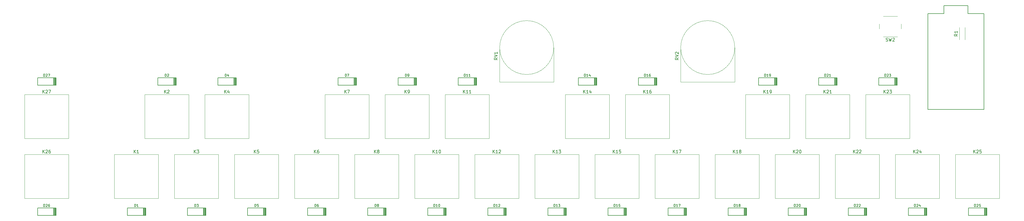
<source format=gbr>
%TF.GenerationSoftware,KiCad,Pcbnew,(5.1.6)-1*%
%TF.CreationDate,2020-07-16T09:20:40+02:00*%
%TF.ProjectId,keyboard_keyboard,6b657962-6f61-4726-945f-6b6579626f61,rev?*%
%TF.SameCoordinates,Original*%
%TF.FileFunction,Legend,Top*%
%TF.FilePolarity,Positive*%
%FSLAX46Y46*%
G04 Gerber Fmt 4.6, Leading zero omitted, Abs format (unit mm)*
G04 Created by KiCad (PCBNEW (5.1.6)-1) date 2020-07-16 09:20:40*
%MOMM*%
%LPD*%
G01*
G04 APERTURE LIST*
%ADD10C,0.150000*%
%ADD11C,0.120000*%
%ADD12C,0.200000*%
G04 APERTURE END LIST*
D10*
%TO.C,U1*%
X301752000Y-105410000D02*
X283972000Y-105410000D01*
X301752000Y-74930000D02*
X301752000Y-105410000D01*
X296672000Y-74930000D02*
X301752000Y-74930000D01*
X296672000Y-72390000D02*
X296672000Y-74930000D01*
X289052000Y-72390000D02*
X296672000Y-72390000D01*
X289052000Y-74930000D02*
X289052000Y-72390000D01*
X283972000Y-74930000D02*
X289052000Y-74930000D01*
X283972000Y-74930000D02*
X283972000Y-105410000D01*
D11*
%TO.C,SW2*%
X268586000Y-78280000D02*
X268586000Y-79780000D01*
X269836000Y-82280000D02*
X274336000Y-82280000D01*
X275586000Y-79780000D02*
X275586000Y-78280000D01*
X274336000Y-75780000D02*
X269836000Y-75780000D01*
%TO.C,RV2*%
X222772000Y-96668000D02*
X222772000Y-85748000D01*
X205632000Y-96668000D02*
X222772000Y-96668000D01*
X205632000Y-96668000D02*
X205632000Y-85748000D01*
X222772000Y-85748000D02*
G75*
G03*
X222772000Y-85748000I-8570000J0D01*
G01*
%TO.C,RV1*%
X165368000Y-96668000D02*
X165368000Y-85748000D01*
X148228000Y-96668000D02*
X165368000Y-96668000D01*
X148228000Y-96668000D02*
X148228000Y-85748000D01*
X165368000Y-85748000D02*
G75*
G03*
X165368000Y-85748000I-8570000J0D01*
G01*
%TO.C,R1*%
X295814000Y-83200000D02*
X295814000Y-79360000D01*
X293974000Y-83200000D02*
X293974000Y-79360000D01*
%TO.C,K27*%
X-2413000Y-114681000D02*
X-2413000Y-100711000D01*
X11557000Y-114681000D02*
X-2413000Y-114681000D01*
X11557000Y-100711000D02*
X11557000Y-114681000D01*
X-2413000Y-100711000D02*
X11557000Y-100711000D01*
%TO.C,K26*%
X-2413000Y-133731000D02*
X-2413000Y-119761000D01*
X11557000Y-133731000D02*
X-2413000Y-133731000D01*
X11557000Y-119761000D02*
X11557000Y-133731000D01*
X-2413000Y-119761000D02*
X11557000Y-119761000D01*
%TO.C,K25*%
X292735000Y-133731000D02*
X292735000Y-119761000D01*
X306705000Y-133731000D02*
X292735000Y-133731000D01*
X306705000Y-119761000D02*
X306705000Y-133731000D01*
X292735000Y-119761000D02*
X306705000Y-119761000D01*
%TO.C,K24*%
X273685000Y-133731000D02*
X273685000Y-119761000D01*
X287655000Y-133731000D02*
X273685000Y-133731000D01*
X287655000Y-119761000D02*
X287655000Y-133731000D01*
X273685000Y-119761000D02*
X287655000Y-119761000D01*
%TO.C,K23*%
X264287000Y-114681000D02*
X264287000Y-100711000D01*
X278257000Y-114681000D02*
X264287000Y-114681000D01*
X278257000Y-100711000D02*
X278257000Y-114681000D01*
X264287000Y-100711000D02*
X278257000Y-100711000D01*
%TO.C,K22*%
X254635000Y-133731000D02*
X254635000Y-119761000D01*
X268605000Y-133731000D02*
X254635000Y-133731000D01*
X268605000Y-119761000D02*
X268605000Y-133731000D01*
X254635000Y-119761000D02*
X268605000Y-119761000D01*
%TO.C,K21*%
X245237000Y-114681000D02*
X245237000Y-100711000D01*
X259207000Y-114681000D02*
X245237000Y-114681000D01*
X259207000Y-100711000D02*
X259207000Y-114681000D01*
X245237000Y-100711000D02*
X259207000Y-100711000D01*
%TO.C,K20*%
X235585000Y-133731000D02*
X235585000Y-119761000D01*
X249555000Y-133731000D02*
X235585000Y-133731000D01*
X249555000Y-119761000D02*
X249555000Y-133731000D01*
X235585000Y-119761000D02*
X249555000Y-119761000D01*
%TO.C,K19*%
X226187000Y-114681000D02*
X226187000Y-100711000D01*
X240157000Y-114681000D02*
X226187000Y-114681000D01*
X240157000Y-100711000D02*
X240157000Y-114681000D01*
X226187000Y-100711000D02*
X240157000Y-100711000D01*
%TO.C,K18*%
X216535000Y-133731000D02*
X216535000Y-119761000D01*
X230505000Y-133731000D02*
X216535000Y-133731000D01*
X230505000Y-119761000D02*
X230505000Y-133731000D01*
X216535000Y-119761000D02*
X230505000Y-119761000D01*
%TO.C,K17*%
X197485000Y-133731000D02*
X197485000Y-119761000D01*
X211455000Y-133731000D02*
X197485000Y-133731000D01*
X211455000Y-119761000D02*
X211455000Y-133731000D01*
X197485000Y-119761000D02*
X211455000Y-119761000D01*
%TO.C,K16*%
X188087000Y-114681000D02*
X188087000Y-100711000D01*
X202057000Y-114681000D02*
X188087000Y-114681000D01*
X202057000Y-100711000D02*
X202057000Y-114681000D01*
X188087000Y-100711000D02*
X202057000Y-100711000D01*
%TO.C,K15*%
X178435000Y-133731000D02*
X178435000Y-119761000D01*
X192405000Y-133731000D02*
X178435000Y-133731000D01*
X192405000Y-119761000D02*
X192405000Y-133731000D01*
X178435000Y-119761000D02*
X192405000Y-119761000D01*
%TO.C,K14*%
X169037000Y-114681000D02*
X169037000Y-100711000D01*
X183007000Y-114681000D02*
X169037000Y-114681000D01*
X183007000Y-100711000D02*
X183007000Y-114681000D01*
X169037000Y-100711000D02*
X183007000Y-100711000D01*
%TO.C,K13*%
X159385000Y-133731000D02*
X159385000Y-119761000D01*
X173355000Y-133731000D02*
X159385000Y-133731000D01*
X173355000Y-119761000D02*
X173355000Y-133731000D01*
X159385000Y-119761000D02*
X173355000Y-119761000D01*
%TO.C,K12*%
X140335000Y-133731000D02*
X140335000Y-119761000D01*
X154305000Y-133731000D02*
X140335000Y-133731000D01*
X154305000Y-119761000D02*
X154305000Y-133731000D01*
X140335000Y-119761000D02*
X154305000Y-119761000D01*
%TO.C,K11*%
X130937000Y-114681000D02*
X130937000Y-100711000D01*
X144907000Y-114681000D02*
X130937000Y-114681000D01*
X144907000Y-100711000D02*
X144907000Y-114681000D01*
X130937000Y-100711000D02*
X144907000Y-100711000D01*
%TO.C,K10*%
X121285000Y-133731000D02*
X121285000Y-119761000D01*
X135255000Y-133731000D02*
X121285000Y-133731000D01*
X135255000Y-119761000D02*
X135255000Y-133731000D01*
X121285000Y-119761000D02*
X135255000Y-119761000D01*
%TO.C,K9*%
X111887000Y-114681000D02*
X111887000Y-100711000D01*
X125857000Y-114681000D02*
X111887000Y-114681000D01*
X125857000Y-100711000D02*
X125857000Y-114681000D01*
X111887000Y-100711000D02*
X125857000Y-100711000D01*
%TO.C,K8*%
X102235000Y-133731000D02*
X102235000Y-119761000D01*
X116205000Y-133731000D02*
X102235000Y-133731000D01*
X116205000Y-119761000D02*
X116205000Y-133731000D01*
X102235000Y-119761000D02*
X116205000Y-119761000D01*
%TO.C,K7*%
X92837000Y-114681000D02*
X92837000Y-100711000D01*
X106807000Y-114681000D02*
X92837000Y-114681000D01*
X106807000Y-100711000D02*
X106807000Y-114681000D01*
X92837000Y-100711000D02*
X106807000Y-100711000D01*
%TO.C,K6*%
X83185000Y-133731000D02*
X83185000Y-119761000D01*
X97155000Y-133731000D02*
X83185000Y-133731000D01*
X97155000Y-119761000D02*
X97155000Y-133731000D01*
X83185000Y-119761000D02*
X97155000Y-119761000D01*
%TO.C,K5*%
X64135000Y-133731000D02*
X64135000Y-119761000D01*
X78105000Y-133731000D02*
X64135000Y-133731000D01*
X78105000Y-119761000D02*
X78105000Y-133731000D01*
X64135000Y-119761000D02*
X78105000Y-119761000D01*
%TO.C,K4*%
X54737000Y-114681000D02*
X54737000Y-100711000D01*
X68707000Y-114681000D02*
X54737000Y-114681000D01*
X68707000Y-100711000D02*
X68707000Y-114681000D01*
X54737000Y-100711000D02*
X68707000Y-100711000D01*
%TO.C,K3*%
X45085000Y-133731000D02*
X45085000Y-119761000D01*
X59055000Y-133731000D02*
X45085000Y-133731000D01*
X59055000Y-119761000D02*
X59055000Y-133731000D01*
X45085000Y-119761000D02*
X59055000Y-119761000D01*
%TO.C,K2*%
X35687000Y-114681000D02*
X35687000Y-100711000D01*
X49657000Y-114681000D02*
X35687000Y-114681000D01*
X49657000Y-100711000D02*
X49657000Y-114681000D01*
X35687000Y-100711000D02*
X49657000Y-100711000D01*
%TO.C,K1*%
X26035000Y-133731000D02*
X26035000Y-119761000D01*
X40005000Y-133731000D02*
X26035000Y-133731000D01*
X40005000Y-119761000D02*
X40005000Y-133731000D01*
X26035000Y-119761000D02*
X40005000Y-119761000D01*
D12*
%TO.C,D27*%
X1772000Y-95320000D02*
X7572000Y-95320000D01*
X1772000Y-97720000D02*
X1772000Y-95320000D01*
X7572000Y-97720000D02*
X1772000Y-97720000D01*
X7497000Y-97720000D02*
X7497000Y-95320000D01*
X7372000Y-97720000D02*
X7372000Y-95320000D01*
X7597000Y-95320000D02*
X7597000Y-97720000D01*
X7197000Y-97720000D02*
X7197000Y-95320000D01*
X7022000Y-97720000D02*
X7022000Y-95320000D01*
X6847000Y-97720000D02*
X6847000Y-95320000D01*
%TO.C,D26*%
X1772000Y-136722000D02*
X7572000Y-136722000D01*
X1772000Y-139122000D02*
X1772000Y-136722000D01*
X7572000Y-139122000D02*
X1772000Y-139122000D01*
X7497000Y-139122000D02*
X7497000Y-136722000D01*
X7372000Y-139122000D02*
X7372000Y-136722000D01*
X7597000Y-136722000D02*
X7597000Y-139122000D01*
X7197000Y-139122000D02*
X7197000Y-136722000D01*
X7022000Y-139122000D02*
X7022000Y-136722000D01*
X6847000Y-139122000D02*
X6847000Y-136722000D01*
%TO.C,D25*%
X296920000Y-136722000D02*
X302720000Y-136722000D01*
X296920000Y-139122000D02*
X296920000Y-136722000D01*
X302720000Y-139122000D02*
X296920000Y-139122000D01*
X302645000Y-139122000D02*
X302645000Y-136722000D01*
X302520000Y-139122000D02*
X302520000Y-136722000D01*
X302745000Y-136722000D02*
X302745000Y-139122000D01*
X302345000Y-139122000D02*
X302345000Y-136722000D01*
X302170000Y-139122000D02*
X302170000Y-136722000D01*
X301995000Y-139122000D02*
X301995000Y-136722000D01*
%TO.C,D24*%
X277870000Y-136722000D02*
X283670000Y-136722000D01*
X277870000Y-139122000D02*
X277870000Y-136722000D01*
X283670000Y-139122000D02*
X277870000Y-139122000D01*
X283595000Y-139122000D02*
X283595000Y-136722000D01*
X283470000Y-139122000D02*
X283470000Y-136722000D01*
X283695000Y-136722000D02*
X283695000Y-139122000D01*
X283295000Y-139122000D02*
X283295000Y-136722000D01*
X283120000Y-139122000D02*
X283120000Y-136722000D01*
X282945000Y-139122000D02*
X282945000Y-136722000D01*
%TO.C,D23*%
X268472000Y-95320000D02*
X274272000Y-95320000D01*
X268472000Y-97720000D02*
X268472000Y-95320000D01*
X274272000Y-97720000D02*
X268472000Y-97720000D01*
X274197000Y-97720000D02*
X274197000Y-95320000D01*
X274072000Y-97720000D02*
X274072000Y-95320000D01*
X274297000Y-95320000D02*
X274297000Y-97720000D01*
X273897000Y-97720000D02*
X273897000Y-95320000D01*
X273722000Y-97720000D02*
X273722000Y-95320000D01*
X273547000Y-97720000D02*
X273547000Y-95320000D01*
%TO.C,D22*%
X258820000Y-136722000D02*
X264620000Y-136722000D01*
X258820000Y-139122000D02*
X258820000Y-136722000D01*
X264620000Y-139122000D02*
X258820000Y-139122000D01*
X264545000Y-139122000D02*
X264545000Y-136722000D01*
X264420000Y-139122000D02*
X264420000Y-136722000D01*
X264645000Y-136722000D02*
X264645000Y-139122000D01*
X264245000Y-139122000D02*
X264245000Y-136722000D01*
X264070000Y-139122000D02*
X264070000Y-136722000D01*
X263895000Y-139122000D02*
X263895000Y-136722000D01*
%TO.C,D21*%
X249422000Y-95320000D02*
X255222000Y-95320000D01*
X249422000Y-97720000D02*
X249422000Y-95320000D01*
X255222000Y-97720000D02*
X249422000Y-97720000D01*
X255147000Y-97720000D02*
X255147000Y-95320000D01*
X255022000Y-97720000D02*
X255022000Y-95320000D01*
X255247000Y-95320000D02*
X255247000Y-97720000D01*
X254847000Y-97720000D02*
X254847000Y-95320000D01*
X254672000Y-97720000D02*
X254672000Y-95320000D01*
X254497000Y-97720000D02*
X254497000Y-95320000D01*
%TO.C,D20*%
X239770000Y-136722000D02*
X245570000Y-136722000D01*
X239770000Y-139122000D02*
X239770000Y-136722000D01*
X245570000Y-139122000D02*
X239770000Y-139122000D01*
X245495000Y-139122000D02*
X245495000Y-136722000D01*
X245370000Y-139122000D02*
X245370000Y-136722000D01*
X245595000Y-136722000D02*
X245595000Y-139122000D01*
X245195000Y-139122000D02*
X245195000Y-136722000D01*
X245020000Y-139122000D02*
X245020000Y-136722000D01*
X244845000Y-139122000D02*
X244845000Y-136722000D01*
%TO.C,D19*%
X230372000Y-95320000D02*
X236172000Y-95320000D01*
X230372000Y-97720000D02*
X230372000Y-95320000D01*
X236172000Y-97720000D02*
X230372000Y-97720000D01*
X236097000Y-97720000D02*
X236097000Y-95320000D01*
X235972000Y-97720000D02*
X235972000Y-95320000D01*
X236197000Y-95320000D02*
X236197000Y-97720000D01*
X235797000Y-97720000D02*
X235797000Y-95320000D01*
X235622000Y-97720000D02*
X235622000Y-95320000D01*
X235447000Y-97720000D02*
X235447000Y-95320000D01*
%TO.C,D18*%
X220720000Y-136722000D02*
X226520000Y-136722000D01*
X220720000Y-139122000D02*
X220720000Y-136722000D01*
X226520000Y-139122000D02*
X220720000Y-139122000D01*
X226445000Y-139122000D02*
X226445000Y-136722000D01*
X226320000Y-139122000D02*
X226320000Y-136722000D01*
X226545000Y-136722000D02*
X226545000Y-139122000D01*
X226145000Y-139122000D02*
X226145000Y-136722000D01*
X225970000Y-139122000D02*
X225970000Y-136722000D01*
X225795000Y-139122000D02*
X225795000Y-136722000D01*
%TO.C,D17*%
X201670000Y-136722000D02*
X207470000Y-136722000D01*
X201670000Y-139122000D02*
X201670000Y-136722000D01*
X207470000Y-139122000D02*
X201670000Y-139122000D01*
X207395000Y-139122000D02*
X207395000Y-136722000D01*
X207270000Y-139122000D02*
X207270000Y-136722000D01*
X207495000Y-136722000D02*
X207495000Y-139122000D01*
X207095000Y-139122000D02*
X207095000Y-136722000D01*
X206920000Y-139122000D02*
X206920000Y-136722000D01*
X206745000Y-139122000D02*
X206745000Y-136722000D01*
%TO.C,D16*%
X192272000Y-95320000D02*
X198072000Y-95320000D01*
X192272000Y-97720000D02*
X192272000Y-95320000D01*
X198072000Y-97720000D02*
X192272000Y-97720000D01*
X197997000Y-97720000D02*
X197997000Y-95320000D01*
X197872000Y-97720000D02*
X197872000Y-95320000D01*
X198097000Y-95320000D02*
X198097000Y-97720000D01*
X197697000Y-97720000D02*
X197697000Y-95320000D01*
X197522000Y-97720000D02*
X197522000Y-95320000D01*
X197347000Y-97720000D02*
X197347000Y-95320000D01*
%TO.C,D15*%
X182620000Y-136722000D02*
X188420000Y-136722000D01*
X182620000Y-139122000D02*
X182620000Y-136722000D01*
X188420000Y-139122000D02*
X182620000Y-139122000D01*
X188345000Y-139122000D02*
X188345000Y-136722000D01*
X188220000Y-139122000D02*
X188220000Y-136722000D01*
X188445000Y-136722000D02*
X188445000Y-139122000D01*
X188045000Y-139122000D02*
X188045000Y-136722000D01*
X187870000Y-139122000D02*
X187870000Y-136722000D01*
X187695000Y-139122000D02*
X187695000Y-136722000D01*
%TO.C,D14*%
X173222000Y-95320000D02*
X179022000Y-95320000D01*
X173222000Y-97720000D02*
X173222000Y-95320000D01*
X179022000Y-97720000D02*
X173222000Y-97720000D01*
X178947000Y-97720000D02*
X178947000Y-95320000D01*
X178822000Y-97720000D02*
X178822000Y-95320000D01*
X179047000Y-95320000D02*
X179047000Y-97720000D01*
X178647000Y-97720000D02*
X178647000Y-95320000D01*
X178472000Y-97720000D02*
X178472000Y-95320000D01*
X178297000Y-97720000D02*
X178297000Y-95320000D01*
%TO.C,D13*%
X163570000Y-136722000D02*
X169370000Y-136722000D01*
X163570000Y-139122000D02*
X163570000Y-136722000D01*
X169370000Y-139122000D02*
X163570000Y-139122000D01*
X169295000Y-139122000D02*
X169295000Y-136722000D01*
X169170000Y-139122000D02*
X169170000Y-136722000D01*
X169395000Y-136722000D02*
X169395000Y-139122000D01*
X168995000Y-139122000D02*
X168995000Y-136722000D01*
X168820000Y-139122000D02*
X168820000Y-136722000D01*
X168645000Y-139122000D02*
X168645000Y-136722000D01*
%TO.C,D12*%
X144520000Y-136722000D02*
X150320000Y-136722000D01*
X144520000Y-139122000D02*
X144520000Y-136722000D01*
X150320000Y-139122000D02*
X144520000Y-139122000D01*
X150245000Y-139122000D02*
X150245000Y-136722000D01*
X150120000Y-139122000D02*
X150120000Y-136722000D01*
X150345000Y-136722000D02*
X150345000Y-139122000D01*
X149945000Y-139122000D02*
X149945000Y-136722000D01*
X149770000Y-139122000D02*
X149770000Y-136722000D01*
X149595000Y-139122000D02*
X149595000Y-136722000D01*
%TO.C,D11*%
X135122000Y-95320000D02*
X140922000Y-95320000D01*
X135122000Y-97720000D02*
X135122000Y-95320000D01*
X140922000Y-97720000D02*
X135122000Y-97720000D01*
X140847000Y-97720000D02*
X140847000Y-95320000D01*
X140722000Y-97720000D02*
X140722000Y-95320000D01*
X140947000Y-95320000D02*
X140947000Y-97720000D01*
X140547000Y-97720000D02*
X140547000Y-95320000D01*
X140372000Y-97720000D02*
X140372000Y-95320000D01*
X140197000Y-97720000D02*
X140197000Y-95320000D01*
%TO.C,D10*%
X125470000Y-136722000D02*
X131270000Y-136722000D01*
X125470000Y-139122000D02*
X125470000Y-136722000D01*
X131270000Y-139122000D02*
X125470000Y-139122000D01*
X131195000Y-139122000D02*
X131195000Y-136722000D01*
X131070000Y-139122000D02*
X131070000Y-136722000D01*
X131295000Y-136722000D02*
X131295000Y-139122000D01*
X130895000Y-139122000D02*
X130895000Y-136722000D01*
X130720000Y-139122000D02*
X130720000Y-136722000D01*
X130545000Y-139122000D02*
X130545000Y-136722000D01*
%TO.C,D9*%
X116072000Y-95320000D02*
X121872000Y-95320000D01*
X116072000Y-97720000D02*
X116072000Y-95320000D01*
X121872000Y-97720000D02*
X116072000Y-97720000D01*
X121797000Y-97720000D02*
X121797000Y-95320000D01*
X121672000Y-97720000D02*
X121672000Y-95320000D01*
X121897000Y-95320000D02*
X121897000Y-97720000D01*
X121497000Y-97720000D02*
X121497000Y-95320000D01*
X121322000Y-97720000D02*
X121322000Y-95320000D01*
X121147000Y-97720000D02*
X121147000Y-95320000D01*
%TO.C,D8*%
X106420000Y-136722000D02*
X112220000Y-136722000D01*
X106420000Y-139122000D02*
X106420000Y-136722000D01*
X112220000Y-139122000D02*
X106420000Y-139122000D01*
X112145000Y-139122000D02*
X112145000Y-136722000D01*
X112020000Y-139122000D02*
X112020000Y-136722000D01*
X112245000Y-136722000D02*
X112245000Y-139122000D01*
X111845000Y-139122000D02*
X111845000Y-136722000D01*
X111670000Y-139122000D02*
X111670000Y-136722000D01*
X111495000Y-139122000D02*
X111495000Y-136722000D01*
%TO.C,D7*%
X97022000Y-95320000D02*
X102822000Y-95320000D01*
X97022000Y-97720000D02*
X97022000Y-95320000D01*
X102822000Y-97720000D02*
X97022000Y-97720000D01*
X102747000Y-97720000D02*
X102747000Y-95320000D01*
X102622000Y-97720000D02*
X102622000Y-95320000D01*
X102847000Y-95320000D02*
X102847000Y-97720000D01*
X102447000Y-97720000D02*
X102447000Y-95320000D01*
X102272000Y-97720000D02*
X102272000Y-95320000D01*
X102097000Y-97720000D02*
X102097000Y-95320000D01*
%TO.C,D6*%
X87370000Y-136722000D02*
X93170000Y-136722000D01*
X87370000Y-139122000D02*
X87370000Y-136722000D01*
X93170000Y-139122000D02*
X87370000Y-139122000D01*
X93095000Y-139122000D02*
X93095000Y-136722000D01*
X92970000Y-139122000D02*
X92970000Y-136722000D01*
X93195000Y-136722000D02*
X93195000Y-139122000D01*
X92795000Y-139122000D02*
X92795000Y-136722000D01*
X92620000Y-139122000D02*
X92620000Y-136722000D01*
X92445000Y-139122000D02*
X92445000Y-136722000D01*
%TO.C,D5*%
X68320000Y-136722000D02*
X74120000Y-136722000D01*
X68320000Y-139122000D02*
X68320000Y-136722000D01*
X74120000Y-139122000D02*
X68320000Y-139122000D01*
X74045000Y-139122000D02*
X74045000Y-136722000D01*
X73920000Y-139122000D02*
X73920000Y-136722000D01*
X74145000Y-136722000D02*
X74145000Y-139122000D01*
X73745000Y-139122000D02*
X73745000Y-136722000D01*
X73570000Y-139122000D02*
X73570000Y-136722000D01*
X73395000Y-139122000D02*
X73395000Y-136722000D01*
%TO.C,D4*%
X58922000Y-95320000D02*
X64722000Y-95320000D01*
X58922000Y-97720000D02*
X58922000Y-95320000D01*
X64722000Y-97720000D02*
X58922000Y-97720000D01*
X64647000Y-97720000D02*
X64647000Y-95320000D01*
X64522000Y-97720000D02*
X64522000Y-95320000D01*
X64747000Y-95320000D02*
X64747000Y-97720000D01*
X64347000Y-97720000D02*
X64347000Y-95320000D01*
X64172000Y-97720000D02*
X64172000Y-95320000D01*
X63997000Y-97720000D02*
X63997000Y-95320000D01*
%TO.C,D3*%
X49270000Y-136722000D02*
X55070000Y-136722000D01*
X49270000Y-139122000D02*
X49270000Y-136722000D01*
X55070000Y-139122000D02*
X49270000Y-139122000D01*
X54995000Y-139122000D02*
X54995000Y-136722000D01*
X54870000Y-139122000D02*
X54870000Y-136722000D01*
X55095000Y-136722000D02*
X55095000Y-139122000D01*
X54695000Y-139122000D02*
X54695000Y-136722000D01*
X54520000Y-139122000D02*
X54520000Y-136722000D01*
X54345000Y-139122000D02*
X54345000Y-136722000D01*
%TO.C,D2*%
X39872000Y-95320000D02*
X45672000Y-95320000D01*
X39872000Y-97720000D02*
X39872000Y-95320000D01*
X45672000Y-97720000D02*
X39872000Y-97720000D01*
X45597000Y-97720000D02*
X45597000Y-95320000D01*
X45472000Y-97720000D02*
X45472000Y-95320000D01*
X45697000Y-95320000D02*
X45697000Y-97720000D01*
X45297000Y-97720000D02*
X45297000Y-95320000D01*
X45122000Y-97720000D02*
X45122000Y-95320000D01*
X44947000Y-97720000D02*
X44947000Y-95320000D01*
%TO.C,D1*%
X30220000Y-136722000D02*
X36020000Y-136722000D01*
X30220000Y-139122000D02*
X30220000Y-136722000D01*
X36020000Y-139122000D02*
X30220000Y-139122000D01*
X35945000Y-139122000D02*
X35945000Y-136722000D01*
X35820000Y-139122000D02*
X35820000Y-136722000D01*
X36045000Y-136722000D02*
X36045000Y-139122000D01*
X35645000Y-139122000D02*
X35645000Y-136722000D01*
X35470000Y-139122000D02*
X35470000Y-136722000D01*
X35295000Y-139122000D02*
X35295000Y-136722000D01*
%TO.C,SW2*%
D10*
X270752666Y-83684761D02*
X270895523Y-83732380D01*
X271133619Y-83732380D01*
X271228857Y-83684761D01*
X271276476Y-83637142D01*
X271324095Y-83541904D01*
X271324095Y-83446666D01*
X271276476Y-83351428D01*
X271228857Y-83303809D01*
X271133619Y-83256190D01*
X270943142Y-83208571D01*
X270847904Y-83160952D01*
X270800285Y-83113333D01*
X270752666Y-83018095D01*
X270752666Y-82922857D01*
X270800285Y-82827619D01*
X270847904Y-82780000D01*
X270943142Y-82732380D01*
X271181238Y-82732380D01*
X271324095Y-82780000D01*
X271657428Y-82732380D02*
X271895523Y-83732380D01*
X272086000Y-83018095D01*
X272276476Y-83732380D01*
X272514571Y-82732380D01*
X272847904Y-82827619D02*
X272895523Y-82780000D01*
X272990761Y-82732380D01*
X273228857Y-82732380D01*
X273324095Y-82780000D01*
X273371714Y-82827619D01*
X273419333Y-82922857D01*
X273419333Y-83018095D01*
X273371714Y-83160952D01*
X272800285Y-83732380D01*
X273419333Y-83732380D01*
%TO.C,RV2*%
X204954380Y-88978238D02*
X204478190Y-89311571D01*
X204954380Y-89549666D02*
X203954380Y-89549666D01*
X203954380Y-89168714D01*
X204002000Y-89073476D01*
X204049619Y-89025857D01*
X204144857Y-88978238D01*
X204287714Y-88978238D01*
X204382952Y-89025857D01*
X204430571Y-89073476D01*
X204478190Y-89168714D01*
X204478190Y-89549666D01*
X203954380Y-88692523D02*
X204954380Y-88359190D01*
X203954380Y-88025857D01*
X204049619Y-87740142D02*
X204002000Y-87692523D01*
X203954380Y-87597285D01*
X203954380Y-87359190D01*
X204002000Y-87263952D01*
X204049619Y-87216333D01*
X204144857Y-87168714D01*
X204240095Y-87168714D01*
X204382952Y-87216333D01*
X204954380Y-87787761D01*
X204954380Y-87168714D01*
%TO.C,RV1*%
X147550380Y-88978238D02*
X147074190Y-89311571D01*
X147550380Y-89549666D02*
X146550380Y-89549666D01*
X146550380Y-89168714D01*
X146598000Y-89073476D01*
X146645619Y-89025857D01*
X146740857Y-88978238D01*
X146883714Y-88978238D01*
X146978952Y-89025857D01*
X147026571Y-89073476D01*
X147074190Y-89168714D01*
X147074190Y-89549666D01*
X146550380Y-88692523D02*
X147550380Y-88359190D01*
X146550380Y-88025857D01*
X147550380Y-87168714D02*
X147550380Y-87740142D01*
X147550380Y-87454428D02*
X146550380Y-87454428D01*
X146693238Y-87549666D01*
X146788476Y-87644904D01*
X146836095Y-87740142D01*
%TO.C,R1*%
X293426380Y-81446666D02*
X292950190Y-81780000D01*
X293426380Y-82018095D02*
X292426380Y-82018095D01*
X292426380Y-81637142D01*
X292474000Y-81541904D01*
X292521619Y-81494285D01*
X292616857Y-81446666D01*
X292759714Y-81446666D01*
X292854952Y-81494285D01*
X292902571Y-81541904D01*
X292950190Y-81637142D01*
X292950190Y-82018095D01*
X293426380Y-80494285D02*
X293426380Y-81065714D01*
X293426380Y-80780000D02*
X292426380Y-80780000D01*
X292569238Y-80875238D01*
X292664476Y-80970476D01*
X292712095Y-81065714D01*
%TO.C,K27*%
X3357714Y-100274380D02*
X3357714Y-99274380D01*
X3929142Y-100274380D02*
X3500571Y-99702952D01*
X3929142Y-99274380D02*
X3357714Y-99845809D01*
X4310095Y-99369619D02*
X4357714Y-99322000D01*
X4452952Y-99274380D01*
X4691047Y-99274380D01*
X4786285Y-99322000D01*
X4833904Y-99369619D01*
X4881523Y-99464857D01*
X4881523Y-99560095D01*
X4833904Y-99702952D01*
X4262476Y-100274380D01*
X4881523Y-100274380D01*
X5214857Y-99274380D02*
X5881523Y-99274380D01*
X5452952Y-100274380D01*
%TO.C,K26*%
X3357714Y-119324380D02*
X3357714Y-118324380D01*
X3929142Y-119324380D02*
X3500571Y-118752952D01*
X3929142Y-118324380D02*
X3357714Y-118895809D01*
X4310095Y-118419619D02*
X4357714Y-118372000D01*
X4452952Y-118324380D01*
X4691047Y-118324380D01*
X4786285Y-118372000D01*
X4833904Y-118419619D01*
X4881523Y-118514857D01*
X4881523Y-118610095D01*
X4833904Y-118752952D01*
X4262476Y-119324380D01*
X4881523Y-119324380D01*
X5738666Y-118324380D02*
X5548190Y-118324380D01*
X5452952Y-118372000D01*
X5405333Y-118419619D01*
X5310095Y-118562476D01*
X5262476Y-118752952D01*
X5262476Y-119133904D01*
X5310095Y-119229142D01*
X5357714Y-119276761D01*
X5452952Y-119324380D01*
X5643428Y-119324380D01*
X5738666Y-119276761D01*
X5786285Y-119229142D01*
X5833904Y-119133904D01*
X5833904Y-118895809D01*
X5786285Y-118800571D01*
X5738666Y-118752952D01*
X5643428Y-118705333D01*
X5452952Y-118705333D01*
X5357714Y-118752952D01*
X5310095Y-118800571D01*
X5262476Y-118895809D01*
%TO.C,K25*%
X298505714Y-119324380D02*
X298505714Y-118324380D01*
X299077142Y-119324380D02*
X298648571Y-118752952D01*
X299077142Y-118324380D02*
X298505714Y-118895809D01*
X299458095Y-118419619D02*
X299505714Y-118372000D01*
X299600952Y-118324380D01*
X299839047Y-118324380D01*
X299934285Y-118372000D01*
X299981904Y-118419619D01*
X300029523Y-118514857D01*
X300029523Y-118610095D01*
X299981904Y-118752952D01*
X299410476Y-119324380D01*
X300029523Y-119324380D01*
X300934285Y-118324380D02*
X300458095Y-118324380D01*
X300410476Y-118800571D01*
X300458095Y-118752952D01*
X300553333Y-118705333D01*
X300791428Y-118705333D01*
X300886666Y-118752952D01*
X300934285Y-118800571D01*
X300981904Y-118895809D01*
X300981904Y-119133904D01*
X300934285Y-119229142D01*
X300886666Y-119276761D01*
X300791428Y-119324380D01*
X300553333Y-119324380D01*
X300458095Y-119276761D01*
X300410476Y-119229142D01*
%TO.C,K24*%
X279455714Y-119324380D02*
X279455714Y-118324380D01*
X280027142Y-119324380D02*
X279598571Y-118752952D01*
X280027142Y-118324380D02*
X279455714Y-118895809D01*
X280408095Y-118419619D02*
X280455714Y-118372000D01*
X280550952Y-118324380D01*
X280789047Y-118324380D01*
X280884285Y-118372000D01*
X280931904Y-118419619D01*
X280979523Y-118514857D01*
X280979523Y-118610095D01*
X280931904Y-118752952D01*
X280360476Y-119324380D01*
X280979523Y-119324380D01*
X281836666Y-118657714D02*
X281836666Y-119324380D01*
X281598571Y-118276761D02*
X281360476Y-118991047D01*
X281979523Y-118991047D01*
%TO.C,K23*%
X270057714Y-100274380D02*
X270057714Y-99274380D01*
X270629142Y-100274380D02*
X270200571Y-99702952D01*
X270629142Y-99274380D02*
X270057714Y-99845809D01*
X271010095Y-99369619D02*
X271057714Y-99322000D01*
X271152952Y-99274380D01*
X271391047Y-99274380D01*
X271486285Y-99322000D01*
X271533904Y-99369619D01*
X271581523Y-99464857D01*
X271581523Y-99560095D01*
X271533904Y-99702952D01*
X270962476Y-100274380D01*
X271581523Y-100274380D01*
X271914857Y-99274380D02*
X272533904Y-99274380D01*
X272200571Y-99655333D01*
X272343428Y-99655333D01*
X272438666Y-99702952D01*
X272486285Y-99750571D01*
X272533904Y-99845809D01*
X272533904Y-100083904D01*
X272486285Y-100179142D01*
X272438666Y-100226761D01*
X272343428Y-100274380D01*
X272057714Y-100274380D01*
X271962476Y-100226761D01*
X271914857Y-100179142D01*
%TO.C,K22*%
X260405714Y-119324380D02*
X260405714Y-118324380D01*
X260977142Y-119324380D02*
X260548571Y-118752952D01*
X260977142Y-118324380D02*
X260405714Y-118895809D01*
X261358095Y-118419619D02*
X261405714Y-118372000D01*
X261500952Y-118324380D01*
X261739047Y-118324380D01*
X261834285Y-118372000D01*
X261881904Y-118419619D01*
X261929523Y-118514857D01*
X261929523Y-118610095D01*
X261881904Y-118752952D01*
X261310476Y-119324380D01*
X261929523Y-119324380D01*
X262310476Y-118419619D02*
X262358095Y-118372000D01*
X262453333Y-118324380D01*
X262691428Y-118324380D01*
X262786666Y-118372000D01*
X262834285Y-118419619D01*
X262881904Y-118514857D01*
X262881904Y-118610095D01*
X262834285Y-118752952D01*
X262262857Y-119324380D01*
X262881904Y-119324380D01*
%TO.C,K21*%
X251007714Y-100274380D02*
X251007714Y-99274380D01*
X251579142Y-100274380D02*
X251150571Y-99702952D01*
X251579142Y-99274380D02*
X251007714Y-99845809D01*
X251960095Y-99369619D02*
X252007714Y-99322000D01*
X252102952Y-99274380D01*
X252341047Y-99274380D01*
X252436285Y-99322000D01*
X252483904Y-99369619D01*
X252531523Y-99464857D01*
X252531523Y-99560095D01*
X252483904Y-99702952D01*
X251912476Y-100274380D01*
X252531523Y-100274380D01*
X253483904Y-100274380D02*
X252912476Y-100274380D01*
X253198190Y-100274380D02*
X253198190Y-99274380D01*
X253102952Y-99417238D01*
X253007714Y-99512476D01*
X252912476Y-99560095D01*
%TO.C,K20*%
X241355714Y-119324380D02*
X241355714Y-118324380D01*
X241927142Y-119324380D02*
X241498571Y-118752952D01*
X241927142Y-118324380D02*
X241355714Y-118895809D01*
X242308095Y-118419619D02*
X242355714Y-118372000D01*
X242450952Y-118324380D01*
X242689047Y-118324380D01*
X242784285Y-118372000D01*
X242831904Y-118419619D01*
X242879523Y-118514857D01*
X242879523Y-118610095D01*
X242831904Y-118752952D01*
X242260476Y-119324380D01*
X242879523Y-119324380D01*
X243498571Y-118324380D02*
X243593809Y-118324380D01*
X243689047Y-118372000D01*
X243736666Y-118419619D01*
X243784285Y-118514857D01*
X243831904Y-118705333D01*
X243831904Y-118943428D01*
X243784285Y-119133904D01*
X243736666Y-119229142D01*
X243689047Y-119276761D01*
X243593809Y-119324380D01*
X243498571Y-119324380D01*
X243403333Y-119276761D01*
X243355714Y-119229142D01*
X243308095Y-119133904D01*
X243260476Y-118943428D01*
X243260476Y-118705333D01*
X243308095Y-118514857D01*
X243355714Y-118419619D01*
X243403333Y-118372000D01*
X243498571Y-118324380D01*
%TO.C,K19*%
X231957714Y-100274380D02*
X231957714Y-99274380D01*
X232529142Y-100274380D02*
X232100571Y-99702952D01*
X232529142Y-99274380D02*
X231957714Y-99845809D01*
X233481523Y-100274380D02*
X232910095Y-100274380D01*
X233195809Y-100274380D02*
X233195809Y-99274380D01*
X233100571Y-99417238D01*
X233005333Y-99512476D01*
X232910095Y-99560095D01*
X233957714Y-100274380D02*
X234148190Y-100274380D01*
X234243428Y-100226761D01*
X234291047Y-100179142D01*
X234386285Y-100036285D01*
X234433904Y-99845809D01*
X234433904Y-99464857D01*
X234386285Y-99369619D01*
X234338666Y-99322000D01*
X234243428Y-99274380D01*
X234052952Y-99274380D01*
X233957714Y-99322000D01*
X233910095Y-99369619D01*
X233862476Y-99464857D01*
X233862476Y-99702952D01*
X233910095Y-99798190D01*
X233957714Y-99845809D01*
X234052952Y-99893428D01*
X234243428Y-99893428D01*
X234338666Y-99845809D01*
X234386285Y-99798190D01*
X234433904Y-99702952D01*
%TO.C,K18*%
X222305714Y-119324380D02*
X222305714Y-118324380D01*
X222877142Y-119324380D02*
X222448571Y-118752952D01*
X222877142Y-118324380D02*
X222305714Y-118895809D01*
X223829523Y-119324380D02*
X223258095Y-119324380D01*
X223543809Y-119324380D02*
X223543809Y-118324380D01*
X223448571Y-118467238D01*
X223353333Y-118562476D01*
X223258095Y-118610095D01*
X224400952Y-118752952D02*
X224305714Y-118705333D01*
X224258095Y-118657714D01*
X224210476Y-118562476D01*
X224210476Y-118514857D01*
X224258095Y-118419619D01*
X224305714Y-118372000D01*
X224400952Y-118324380D01*
X224591428Y-118324380D01*
X224686666Y-118372000D01*
X224734285Y-118419619D01*
X224781904Y-118514857D01*
X224781904Y-118562476D01*
X224734285Y-118657714D01*
X224686666Y-118705333D01*
X224591428Y-118752952D01*
X224400952Y-118752952D01*
X224305714Y-118800571D01*
X224258095Y-118848190D01*
X224210476Y-118943428D01*
X224210476Y-119133904D01*
X224258095Y-119229142D01*
X224305714Y-119276761D01*
X224400952Y-119324380D01*
X224591428Y-119324380D01*
X224686666Y-119276761D01*
X224734285Y-119229142D01*
X224781904Y-119133904D01*
X224781904Y-118943428D01*
X224734285Y-118848190D01*
X224686666Y-118800571D01*
X224591428Y-118752952D01*
%TO.C,K17*%
X203255714Y-119324380D02*
X203255714Y-118324380D01*
X203827142Y-119324380D02*
X203398571Y-118752952D01*
X203827142Y-118324380D02*
X203255714Y-118895809D01*
X204779523Y-119324380D02*
X204208095Y-119324380D01*
X204493809Y-119324380D02*
X204493809Y-118324380D01*
X204398571Y-118467238D01*
X204303333Y-118562476D01*
X204208095Y-118610095D01*
X205112857Y-118324380D02*
X205779523Y-118324380D01*
X205350952Y-119324380D01*
%TO.C,K16*%
X193857714Y-100274380D02*
X193857714Y-99274380D01*
X194429142Y-100274380D02*
X194000571Y-99702952D01*
X194429142Y-99274380D02*
X193857714Y-99845809D01*
X195381523Y-100274380D02*
X194810095Y-100274380D01*
X195095809Y-100274380D02*
X195095809Y-99274380D01*
X195000571Y-99417238D01*
X194905333Y-99512476D01*
X194810095Y-99560095D01*
X196238666Y-99274380D02*
X196048190Y-99274380D01*
X195952952Y-99322000D01*
X195905333Y-99369619D01*
X195810095Y-99512476D01*
X195762476Y-99702952D01*
X195762476Y-100083904D01*
X195810095Y-100179142D01*
X195857714Y-100226761D01*
X195952952Y-100274380D01*
X196143428Y-100274380D01*
X196238666Y-100226761D01*
X196286285Y-100179142D01*
X196333904Y-100083904D01*
X196333904Y-99845809D01*
X196286285Y-99750571D01*
X196238666Y-99702952D01*
X196143428Y-99655333D01*
X195952952Y-99655333D01*
X195857714Y-99702952D01*
X195810095Y-99750571D01*
X195762476Y-99845809D01*
%TO.C,K15*%
X184205714Y-119324380D02*
X184205714Y-118324380D01*
X184777142Y-119324380D02*
X184348571Y-118752952D01*
X184777142Y-118324380D02*
X184205714Y-118895809D01*
X185729523Y-119324380D02*
X185158095Y-119324380D01*
X185443809Y-119324380D02*
X185443809Y-118324380D01*
X185348571Y-118467238D01*
X185253333Y-118562476D01*
X185158095Y-118610095D01*
X186634285Y-118324380D02*
X186158095Y-118324380D01*
X186110476Y-118800571D01*
X186158095Y-118752952D01*
X186253333Y-118705333D01*
X186491428Y-118705333D01*
X186586666Y-118752952D01*
X186634285Y-118800571D01*
X186681904Y-118895809D01*
X186681904Y-119133904D01*
X186634285Y-119229142D01*
X186586666Y-119276761D01*
X186491428Y-119324380D01*
X186253333Y-119324380D01*
X186158095Y-119276761D01*
X186110476Y-119229142D01*
%TO.C,K14*%
X174807714Y-100274380D02*
X174807714Y-99274380D01*
X175379142Y-100274380D02*
X174950571Y-99702952D01*
X175379142Y-99274380D02*
X174807714Y-99845809D01*
X176331523Y-100274380D02*
X175760095Y-100274380D01*
X176045809Y-100274380D02*
X176045809Y-99274380D01*
X175950571Y-99417238D01*
X175855333Y-99512476D01*
X175760095Y-99560095D01*
X177188666Y-99607714D02*
X177188666Y-100274380D01*
X176950571Y-99226761D02*
X176712476Y-99941047D01*
X177331523Y-99941047D01*
%TO.C,K13*%
X165155714Y-119324380D02*
X165155714Y-118324380D01*
X165727142Y-119324380D02*
X165298571Y-118752952D01*
X165727142Y-118324380D02*
X165155714Y-118895809D01*
X166679523Y-119324380D02*
X166108095Y-119324380D01*
X166393809Y-119324380D02*
X166393809Y-118324380D01*
X166298571Y-118467238D01*
X166203333Y-118562476D01*
X166108095Y-118610095D01*
X167012857Y-118324380D02*
X167631904Y-118324380D01*
X167298571Y-118705333D01*
X167441428Y-118705333D01*
X167536666Y-118752952D01*
X167584285Y-118800571D01*
X167631904Y-118895809D01*
X167631904Y-119133904D01*
X167584285Y-119229142D01*
X167536666Y-119276761D01*
X167441428Y-119324380D01*
X167155714Y-119324380D01*
X167060476Y-119276761D01*
X167012857Y-119229142D01*
%TO.C,K12*%
X146105714Y-119324380D02*
X146105714Y-118324380D01*
X146677142Y-119324380D02*
X146248571Y-118752952D01*
X146677142Y-118324380D02*
X146105714Y-118895809D01*
X147629523Y-119324380D02*
X147058095Y-119324380D01*
X147343809Y-119324380D02*
X147343809Y-118324380D01*
X147248571Y-118467238D01*
X147153333Y-118562476D01*
X147058095Y-118610095D01*
X148010476Y-118419619D02*
X148058095Y-118372000D01*
X148153333Y-118324380D01*
X148391428Y-118324380D01*
X148486666Y-118372000D01*
X148534285Y-118419619D01*
X148581904Y-118514857D01*
X148581904Y-118610095D01*
X148534285Y-118752952D01*
X147962857Y-119324380D01*
X148581904Y-119324380D01*
%TO.C,K11*%
X136707714Y-100274380D02*
X136707714Y-99274380D01*
X137279142Y-100274380D02*
X136850571Y-99702952D01*
X137279142Y-99274380D02*
X136707714Y-99845809D01*
X138231523Y-100274380D02*
X137660095Y-100274380D01*
X137945809Y-100274380D02*
X137945809Y-99274380D01*
X137850571Y-99417238D01*
X137755333Y-99512476D01*
X137660095Y-99560095D01*
X139183904Y-100274380D02*
X138612476Y-100274380D01*
X138898190Y-100274380D02*
X138898190Y-99274380D01*
X138802952Y-99417238D01*
X138707714Y-99512476D01*
X138612476Y-99560095D01*
%TO.C,K10*%
X127055714Y-119324380D02*
X127055714Y-118324380D01*
X127627142Y-119324380D02*
X127198571Y-118752952D01*
X127627142Y-118324380D02*
X127055714Y-118895809D01*
X128579523Y-119324380D02*
X128008095Y-119324380D01*
X128293809Y-119324380D02*
X128293809Y-118324380D01*
X128198571Y-118467238D01*
X128103333Y-118562476D01*
X128008095Y-118610095D01*
X129198571Y-118324380D02*
X129293809Y-118324380D01*
X129389047Y-118372000D01*
X129436666Y-118419619D01*
X129484285Y-118514857D01*
X129531904Y-118705333D01*
X129531904Y-118943428D01*
X129484285Y-119133904D01*
X129436666Y-119229142D01*
X129389047Y-119276761D01*
X129293809Y-119324380D01*
X129198571Y-119324380D01*
X129103333Y-119276761D01*
X129055714Y-119229142D01*
X129008095Y-119133904D01*
X128960476Y-118943428D01*
X128960476Y-118705333D01*
X129008095Y-118514857D01*
X129055714Y-118419619D01*
X129103333Y-118372000D01*
X129198571Y-118324380D01*
%TO.C,K9*%
X118133904Y-100274380D02*
X118133904Y-99274380D01*
X118705333Y-100274380D02*
X118276761Y-99702952D01*
X118705333Y-99274380D02*
X118133904Y-99845809D01*
X119181523Y-100274380D02*
X119372000Y-100274380D01*
X119467238Y-100226761D01*
X119514857Y-100179142D01*
X119610095Y-100036285D01*
X119657714Y-99845809D01*
X119657714Y-99464857D01*
X119610095Y-99369619D01*
X119562476Y-99322000D01*
X119467238Y-99274380D01*
X119276761Y-99274380D01*
X119181523Y-99322000D01*
X119133904Y-99369619D01*
X119086285Y-99464857D01*
X119086285Y-99702952D01*
X119133904Y-99798190D01*
X119181523Y-99845809D01*
X119276761Y-99893428D01*
X119467238Y-99893428D01*
X119562476Y-99845809D01*
X119610095Y-99798190D01*
X119657714Y-99702952D01*
%TO.C,K8*%
X108481904Y-119324380D02*
X108481904Y-118324380D01*
X109053333Y-119324380D02*
X108624761Y-118752952D01*
X109053333Y-118324380D02*
X108481904Y-118895809D01*
X109624761Y-118752952D02*
X109529523Y-118705333D01*
X109481904Y-118657714D01*
X109434285Y-118562476D01*
X109434285Y-118514857D01*
X109481904Y-118419619D01*
X109529523Y-118372000D01*
X109624761Y-118324380D01*
X109815238Y-118324380D01*
X109910476Y-118372000D01*
X109958095Y-118419619D01*
X110005714Y-118514857D01*
X110005714Y-118562476D01*
X109958095Y-118657714D01*
X109910476Y-118705333D01*
X109815238Y-118752952D01*
X109624761Y-118752952D01*
X109529523Y-118800571D01*
X109481904Y-118848190D01*
X109434285Y-118943428D01*
X109434285Y-119133904D01*
X109481904Y-119229142D01*
X109529523Y-119276761D01*
X109624761Y-119324380D01*
X109815238Y-119324380D01*
X109910476Y-119276761D01*
X109958095Y-119229142D01*
X110005714Y-119133904D01*
X110005714Y-118943428D01*
X109958095Y-118848190D01*
X109910476Y-118800571D01*
X109815238Y-118752952D01*
%TO.C,K7*%
X99083904Y-100274380D02*
X99083904Y-99274380D01*
X99655333Y-100274380D02*
X99226761Y-99702952D01*
X99655333Y-99274380D02*
X99083904Y-99845809D01*
X99988666Y-99274380D02*
X100655333Y-99274380D01*
X100226761Y-100274380D01*
%TO.C,K6*%
X89431904Y-119324380D02*
X89431904Y-118324380D01*
X90003333Y-119324380D02*
X89574761Y-118752952D01*
X90003333Y-118324380D02*
X89431904Y-118895809D01*
X90860476Y-118324380D02*
X90670000Y-118324380D01*
X90574761Y-118372000D01*
X90527142Y-118419619D01*
X90431904Y-118562476D01*
X90384285Y-118752952D01*
X90384285Y-119133904D01*
X90431904Y-119229142D01*
X90479523Y-119276761D01*
X90574761Y-119324380D01*
X90765238Y-119324380D01*
X90860476Y-119276761D01*
X90908095Y-119229142D01*
X90955714Y-119133904D01*
X90955714Y-118895809D01*
X90908095Y-118800571D01*
X90860476Y-118752952D01*
X90765238Y-118705333D01*
X90574761Y-118705333D01*
X90479523Y-118752952D01*
X90431904Y-118800571D01*
X90384285Y-118895809D01*
%TO.C,K5*%
X70381904Y-119324380D02*
X70381904Y-118324380D01*
X70953333Y-119324380D02*
X70524761Y-118752952D01*
X70953333Y-118324380D02*
X70381904Y-118895809D01*
X71858095Y-118324380D02*
X71381904Y-118324380D01*
X71334285Y-118800571D01*
X71381904Y-118752952D01*
X71477142Y-118705333D01*
X71715238Y-118705333D01*
X71810476Y-118752952D01*
X71858095Y-118800571D01*
X71905714Y-118895809D01*
X71905714Y-119133904D01*
X71858095Y-119229142D01*
X71810476Y-119276761D01*
X71715238Y-119324380D01*
X71477142Y-119324380D01*
X71381904Y-119276761D01*
X71334285Y-119229142D01*
%TO.C,K4*%
X60983904Y-100274380D02*
X60983904Y-99274380D01*
X61555333Y-100274380D02*
X61126761Y-99702952D01*
X61555333Y-99274380D02*
X60983904Y-99845809D01*
X62412476Y-99607714D02*
X62412476Y-100274380D01*
X62174380Y-99226761D02*
X61936285Y-99941047D01*
X62555333Y-99941047D01*
%TO.C,K3*%
X51331904Y-119324380D02*
X51331904Y-118324380D01*
X51903333Y-119324380D02*
X51474761Y-118752952D01*
X51903333Y-118324380D02*
X51331904Y-118895809D01*
X52236666Y-118324380D02*
X52855714Y-118324380D01*
X52522380Y-118705333D01*
X52665238Y-118705333D01*
X52760476Y-118752952D01*
X52808095Y-118800571D01*
X52855714Y-118895809D01*
X52855714Y-119133904D01*
X52808095Y-119229142D01*
X52760476Y-119276761D01*
X52665238Y-119324380D01*
X52379523Y-119324380D01*
X52284285Y-119276761D01*
X52236666Y-119229142D01*
%TO.C,K2*%
X41933904Y-100274380D02*
X41933904Y-99274380D01*
X42505333Y-100274380D02*
X42076761Y-99702952D01*
X42505333Y-99274380D02*
X41933904Y-99845809D01*
X42886285Y-99369619D02*
X42933904Y-99322000D01*
X43029142Y-99274380D01*
X43267238Y-99274380D01*
X43362476Y-99322000D01*
X43410095Y-99369619D01*
X43457714Y-99464857D01*
X43457714Y-99560095D01*
X43410095Y-99702952D01*
X42838666Y-100274380D01*
X43457714Y-100274380D01*
%TO.C,K1*%
X32281904Y-119324380D02*
X32281904Y-118324380D01*
X32853333Y-119324380D02*
X32424761Y-118752952D01*
X32853333Y-118324380D02*
X32281904Y-118895809D01*
X33805714Y-119324380D02*
X33234285Y-119324380D01*
X33520000Y-119324380D02*
X33520000Y-118324380D01*
X33424761Y-118467238D01*
X33329523Y-118562476D01*
X33234285Y-118610095D01*
%TO.C,D27*%
X3600571Y-94956904D02*
X3600571Y-94156904D01*
X3791047Y-94156904D01*
X3905333Y-94195000D01*
X3981523Y-94271190D01*
X4019619Y-94347380D01*
X4057714Y-94499761D01*
X4057714Y-94614047D01*
X4019619Y-94766428D01*
X3981523Y-94842619D01*
X3905333Y-94918809D01*
X3791047Y-94956904D01*
X3600571Y-94956904D01*
X4362476Y-94233095D02*
X4400571Y-94195000D01*
X4476761Y-94156904D01*
X4667238Y-94156904D01*
X4743428Y-94195000D01*
X4781523Y-94233095D01*
X4819619Y-94309285D01*
X4819619Y-94385476D01*
X4781523Y-94499761D01*
X4324380Y-94956904D01*
X4819619Y-94956904D01*
X5086285Y-94156904D02*
X5619619Y-94156904D01*
X5276761Y-94956904D01*
%TO.C,D26*%
X3600571Y-136358904D02*
X3600571Y-135558904D01*
X3791047Y-135558904D01*
X3905333Y-135597000D01*
X3981523Y-135673190D01*
X4019619Y-135749380D01*
X4057714Y-135901761D01*
X4057714Y-136016047D01*
X4019619Y-136168428D01*
X3981523Y-136244619D01*
X3905333Y-136320809D01*
X3791047Y-136358904D01*
X3600571Y-136358904D01*
X4362476Y-135635095D02*
X4400571Y-135597000D01*
X4476761Y-135558904D01*
X4667238Y-135558904D01*
X4743428Y-135597000D01*
X4781523Y-135635095D01*
X4819619Y-135711285D01*
X4819619Y-135787476D01*
X4781523Y-135901761D01*
X4324380Y-136358904D01*
X4819619Y-136358904D01*
X5505333Y-135558904D02*
X5352952Y-135558904D01*
X5276761Y-135597000D01*
X5238666Y-135635095D01*
X5162476Y-135749380D01*
X5124380Y-135901761D01*
X5124380Y-136206523D01*
X5162476Y-136282714D01*
X5200571Y-136320809D01*
X5276761Y-136358904D01*
X5429142Y-136358904D01*
X5505333Y-136320809D01*
X5543428Y-136282714D01*
X5581523Y-136206523D01*
X5581523Y-136016047D01*
X5543428Y-135939857D01*
X5505333Y-135901761D01*
X5429142Y-135863666D01*
X5276761Y-135863666D01*
X5200571Y-135901761D01*
X5162476Y-135939857D01*
X5124380Y-136016047D01*
%TO.C,D25*%
X298748571Y-136358904D02*
X298748571Y-135558904D01*
X298939047Y-135558904D01*
X299053333Y-135597000D01*
X299129523Y-135673190D01*
X299167619Y-135749380D01*
X299205714Y-135901761D01*
X299205714Y-136016047D01*
X299167619Y-136168428D01*
X299129523Y-136244619D01*
X299053333Y-136320809D01*
X298939047Y-136358904D01*
X298748571Y-136358904D01*
X299510476Y-135635095D02*
X299548571Y-135597000D01*
X299624761Y-135558904D01*
X299815238Y-135558904D01*
X299891428Y-135597000D01*
X299929523Y-135635095D01*
X299967619Y-135711285D01*
X299967619Y-135787476D01*
X299929523Y-135901761D01*
X299472380Y-136358904D01*
X299967619Y-136358904D01*
X300691428Y-135558904D02*
X300310476Y-135558904D01*
X300272380Y-135939857D01*
X300310476Y-135901761D01*
X300386666Y-135863666D01*
X300577142Y-135863666D01*
X300653333Y-135901761D01*
X300691428Y-135939857D01*
X300729523Y-136016047D01*
X300729523Y-136206523D01*
X300691428Y-136282714D01*
X300653333Y-136320809D01*
X300577142Y-136358904D01*
X300386666Y-136358904D01*
X300310476Y-136320809D01*
X300272380Y-136282714D01*
%TO.C,D24*%
X279698571Y-136358904D02*
X279698571Y-135558904D01*
X279889047Y-135558904D01*
X280003333Y-135597000D01*
X280079523Y-135673190D01*
X280117619Y-135749380D01*
X280155714Y-135901761D01*
X280155714Y-136016047D01*
X280117619Y-136168428D01*
X280079523Y-136244619D01*
X280003333Y-136320809D01*
X279889047Y-136358904D01*
X279698571Y-136358904D01*
X280460476Y-135635095D02*
X280498571Y-135597000D01*
X280574761Y-135558904D01*
X280765238Y-135558904D01*
X280841428Y-135597000D01*
X280879523Y-135635095D01*
X280917619Y-135711285D01*
X280917619Y-135787476D01*
X280879523Y-135901761D01*
X280422380Y-136358904D01*
X280917619Y-136358904D01*
X281603333Y-135825571D02*
X281603333Y-136358904D01*
X281412857Y-135520809D02*
X281222380Y-136092238D01*
X281717619Y-136092238D01*
%TO.C,D23*%
X270300571Y-94956904D02*
X270300571Y-94156904D01*
X270491047Y-94156904D01*
X270605333Y-94195000D01*
X270681523Y-94271190D01*
X270719619Y-94347380D01*
X270757714Y-94499761D01*
X270757714Y-94614047D01*
X270719619Y-94766428D01*
X270681523Y-94842619D01*
X270605333Y-94918809D01*
X270491047Y-94956904D01*
X270300571Y-94956904D01*
X271062476Y-94233095D02*
X271100571Y-94195000D01*
X271176761Y-94156904D01*
X271367238Y-94156904D01*
X271443428Y-94195000D01*
X271481523Y-94233095D01*
X271519619Y-94309285D01*
X271519619Y-94385476D01*
X271481523Y-94499761D01*
X271024380Y-94956904D01*
X271519619Y-94956904D01*
X271786285Y-94156904D02*
X272281523Y-94156904D01*
X272014857Y-94461666D01*
X272129142Y-94461666D01*
X272205333Y-94499761D01*
X272243428Y-94537857D01*
X272281523Y-94614047D01*
X272281523Y-94804523D01*
X272243428Y-94880714D01*
X272205333Y-94918809D01*
X272129142Y-94956904D01*
X271900571Y-94956904D01*
X271824380Y-94918809D01*
X271786285Y-94880714D01*
%TO.C,D22*%
X260648571Y-136358904D02*
X260648571Y-135558904D01*
X260839047Y-135558904D01*
X260953333Y-135597000D01*
X261029523Y-135673190D01*
X261067619Y-135749380D01*
X261105714Y-135901761D01*
X261105714Y-136016047D01*
X261067619Y-136168428D01*
X261029523Y-136244619D01*
X260953333Y-136320809D01*
X260839047Y-136358904D01*
X260648571Y-136358904D01*
X261410476Y-135635095D02*
X261448571Y-135597000D01*
X261524761Y-135558904D01*
X261715238Y-135558904D01*
X261791428Y-135597000D01*
X261829523Y-135635095D01*
X261867619Y-135711285D01*
X261867619Y-135787476D01*
X261829523Y-135901761D01*
X261372380Y-136358904D01*
X261867619Y-136358904D01*
X262172380Y-135635095D02*
X262210476Y-135597000D01*
X262286666Y-135558904D01*
X262477142Y-135558904D01*
X262553333Y-135597000D01*
X262591428Y-135635095D01*
X262629523Y-135711285D01*
X262629523Y-135787476D01*
X262591428Y-135901761D01*
X262134285Y-136358904D01*
X262629523Y-136358904D01*
%TO.C,D21*%
X251250571Y-94956904D02*
X251250571Y-94156904D01*
X251441047Y-94156904D01*
X251555333Y-94195000D01*
X251631523Y-94271190D01*
X251669619Y-94347380D01*
X251707714Y-94499761D01*
X251707714Y-94614047D01*
X251669619Y-94766428D01*
X251631523Y-94842619D01*
X251555333Y-94918809D01*
X251441047Y-94956904D01*
X251250571Y-94956904D01*
X252012476Y-94233095D02*
X252050571Y-94195000D01*
X252126761Y-94156904D01*
X252317238Y-94156904D01*
X252393428Y-94195000D01*
X252431523Y-94233095D01*
X252469619Y-94309285D01*
X252469619Y-94385476D01*
X252431523Y-94499761D01*
X251974380Y-94956904D01*
X252469619Y-94956904D01*
X253231523Y-94956904D02*
X252774380Y-94956904D01*
X253002952Y-94956904D02*
X253002952Y-94156904D01*
X252926761Y-94271190D01*
X252850571Y-94347380D01*
X252774380Y-94385476D01*
%TO.C,D20*%
X241598571Y-136358904D02*
X241598571Y-135558904D01*
X241789047Y-135558904D01*
X241903333Y-135597000D01*
X241979523Y-135673190D01*
X242017619Y-135749380D01*
X242055714Y-135901761D01*
X242055714Y-136016047D01*
X242017619Y-136168428D01*
X241979523Y-136244619D01*
X241903333Y-136320809D01*
X241789047Y-136358904D01*
X241598571Y-136358904D01*
X242360476Y-135635095D02*
X242398571Y-135597000D01*
X242474761Y-135558904D01*
X242665238Y-135558904D01*
X242741428Y-135597000D01*
X242779523Y-135635095D01*
X242817619Y-135711285D01*
X242817619Y-135787476D01*
X242779523Y-135901761D01*
X242322380Y-136358904D01*
X242817619Y-136358904D01*
X243312857Y-135558904D02*
X243389047Y-135558904D01*
X243465238Y-135597000D01*
X243503333Y-135635095D01*
X243541428Y-135711285D01*
X243579523Y-135863666D01*
X243579523Y-136054142D01*
X243541428Y-136206523D01*
X243503333Y-136282714D01*
X243465238Y-136320809D01*
X243389047Y-136358904D01*
X243312857Y-136358904D01*
X243236666Y-136320809D01*
X243198571Y-136282714D01*
X243160476Y-136206523D01*
X243122380Y-136054142D01*
X243122380Y-135863666D01*
X243160476Y-135711285D01*
X243198571Y-135635095D01*
X243236666Y-135597000D01*
X243312857Y-135558904D01*
%TO.C,D19*%
X232200571Y-94956904D02*
X232200571Y-94156904D01*
X232391047Y-94156904D01*
X232505333Y-94195000D01*
X232581523Y-94271190D01*
X232619619Y-94347380D01*
X232657714Y-94499761D01*
X232657714Y-94614047D01*
X232619619Y-94766428D01*
X232581523Y-94842619D01*
X232505333Y-94918809D01*
X232391047Y-94956904D01*
X232200571Y-94956904D01*
X233419619Y-94956904D02*
X232962476Y-94956904D01*
X233191047Y-94956904D02*
X233191047Y-94156904D01*
X233114857Y-94271190D01*
X233038666Y-94347380D01*
X232962476Y-94385476D01*
X233800571Y-94956904D02*
X233952952Y-94956904D01*
X234029142Y-94918809D01*
X234067238Y-94880714D01*
X234143428Y-94766428D01*
X234181523Y-94614047D01*
X234181523Y-94309285D01*
X234143428Y-94233095D01*
X234105333Y-94195000D01*
X234029142Y-94156904D01*
X233876761Y-94156904D01*
X233800571Y-94195000D01*
X233762476Y-94233095D01*
X233724380Y-94309285D01*
X233724380Y-94499761D01*
X233762476Y-94575952D01*
X233800571Y-94614047D01*
X233876761Y-94652142D01*
X234029142Y-94652142D01*
X234105333Y-94614047D01*
X234143428Y-94575952D01*
X234181523Y-94499761D01*
%TO.C,D18*%
X222548571Y-136358904D02*
X222548571Y-135558904D01*
X222739047Y-135558904D01*
X222853333Y-135597000D01*
X222929523Y-135673190D01*
X222967619Y-135749380D01*
X223005714Y-135901761D01*
X223005714Y-136016047D01*
X222967619Y-136168428D01*
X222929523Y-136244619D01*
X222853333Y-136320809D01*
X222739047Y-136358904D01*
X222548571Y-136358904D01*
X223767619Y-136358904D02*
X223310476Y-136358904D01*
X223539047Y-136358904D02*
X223539047Y-135558904D01*
X223462857Y-135673190D01*
X223386666Y-135749380D01*
X223310476Y-135787476D01*
X224224761Y-135901761D02*
X224148571Y-135863666D01*
X224110476Y-135825571D01*
X224072380Y-135749380D01*
X224072380Y-135711285D01*
X224110476Y-135635095D01*
X224148571Y-135597000D01*
X224224761Y-135558904D01*
X224377142Y-135558904D01*
X224453333Y-135597000D01*
X224491428Y-135635095D01*
X224529523Y-135711285D01*
X224529523Y-135749380D01*
X224491428Y-135825571D01*
X224453333Y-135863666D01*
X224377142Y-135901761D01*
X224224761Y-135901761D01*
X224148571Y-135939857D01*
X224110476Y-135977952D01*
X224072380Y-136054142D01*
X224072380Y-136206523D01*
X224110476Y-136282714D01*
X224148571Y-136320809D01*
X224224761Y-136358904D01*
X224377142Y-136358904D01*
X224453333Y-136320809D01*
X224491428Y-136282714D01*
X224529523Y-136206523D01*
X224529523Y-136054142D01*
X224491428Y-135977952D01*
X224453333Y-135939857D01*
X224377142Y-135901761D01*
%TO.C,D17*%
X203498571Y-136358904D02*
X203498571Y-135558904D01*
X203689047Y-135558904D01*
X203803333Y-135597000D01*
X203879523Y-135673190D01*
X203917619Y-135749380D01*
X203955714Y-135901761D01*
X203955714Y-136016047D01*
X203917619Y-136168428D01*
X203879523Y-136244619D01*
X203803333Y-136320809D01*
X203689047Y-136358904D01*
X203498571Y-136358904D01*
X204717619Y-136358904D02*
X204260476Y-136358904D01*
X204489047Y-136358904D02*
X204489047Y-135558904D01*
X204412857Y-135673190D01*
X204336666Y-135749380D01*
X204260476Y-135787476D01*
X204984285Y-135558904D02*
X205517619Y-135558904D01*
X205174761Y-136358904D01*
%TO.C,D16*%
X194100571Y-94956904D02*
X194100571Y-94156904D01*
X194291047Y-94156904D01*
X194405333Y-94195000D01*
X194481523Y-94271190D01*
X194519619Y-94347380D01*
X194557714Y-94499761D01*
X194557714Y-94614047D01*
X194519619Y-94766428D01*
X194481523Y-94842619D01*
X194405333Y-94918809D01*
X194291047Y-94956904D01*
X194100571Y-94956904D01*
X195319619Y-94956904D02*
X194862476Y-94956904D01*
X195091047Y-94956904D02*
X195091047Y-94156904D01*
X195014857Y-94271190D01*
X194938666Y-94347380D01*
X194862476Y-94385476D01*
X196005333Y-94156904D02*
X195852952Y-94156904D01*
X195776761Y-94195000D01*
X195738666Y-94233095D01*
X195662476Y-94347380D01*
X195624380Y-94499761D01*
X195624380Y-94804523D01*
X195662476Y-94880714D01*
X195700571Y-94918809D01*
X195776761Y-94956904D01*
X195929142Y-94956904D01*
X196005333Y-94918809D01*
X196043428Y-94880714D01*
X196081523Y-94804523D01*
X196081523Y-94614047D01*
X196043428Y-94537857D01*
X196005333Y-94499761D01*
X195929142Y-94461666D01*
X195776761Y-94461666D01*
X195700571Y-94499761D01*
X195662476Y-94537857D01*
X195624380Y-94614047D01*
%TO.C,D15*%
X184448571Y-136358904D02*
X184448571Y-135558904D01*
X184639047Y-135558904D01*
X184753333Y-135597000D01*
X184829523Y-135673190D01*
X184867619Y-135749380D01*
X184905714Y-135901761D01*
X184905714Y-136016047D01*
X184867619Y-136168428D01*
X184829523Y-136244619D01*
X184753333Y-136320809D01*
X184639047Y-136358904D01*
X184448571Y-136358904D01*
X185667619Y-136358904D02*
X185210476Y-136358904D01*
X185439047Y-136358904D02*
X185439047Y-135558904D01*
X185362857Y-135673190D01*
X185286666Y-135749380D01*
X185210476Y-135787476D01*
X186391428Y-135558904D02*
X186010476Y-135558904D01*
X185972380Y-135939857D01*
X186010476Y-135901761D01*
X186086666Y-135863666D01*
X186277142Y-135863666D01*
X186353333Y-135901761D01*
X186391428Y-135939857D01*
X186429523Y-136016047D01*
X186429523Y-136206523D01*
X186391428Y-136282714D01*
X186353333Y-136320809D01*
X186277142Y-136358904D01*
X186086666Y-136358904D01*
X186010476Y-136320809D01*
X185972380Y-136282714D01*
%TO.C,D14*%
X175050571Y-94956904D02*
X175050571Y-94156904D01*
X175241047Y-94156904D01*
X175355333Y-94195000D01*
X175431523Y-94271190D01*
X175469619Y-94347380D01*
X175507714Y-94499761D01*
X175507714Y-94614047D01*
X175469619Y-94766428D01*
X175431523Y-94842619D01*
X175355333Y-94918809D01*
X175241047Y-94956904D01*
X175050571Y-94956904D01*
X176269619Y-94956904D02*
X175812476Y-94956904D01*
X176041047Y-94956904D02*
X176041047Y-94156904D01*
X175964857Y-94271190D01*
X175888666Y-94347380D01*
X175812476Y-94385476D01*
X176955333Y-94423571D02*
X176955333Y-94956904D01*
X176764857Y-94118809D02*
X176574380Y-94690238D01*
X177069619Y-94690238D01*
%TO.C,D13*%
X165398571Y-136358904D02*
X165398571Y-135558904D01*
X165589047Y-135558904D01*
X165703333Y-135597000D01*
X165779523Y-135673190D01*
X165817619Y-135749380D01*
X165855714Y-135901761D01*
X165855714Y-136016047D01*
X165817619Y-136168428D01*
X165779523Y-136244619D01*
X165703333Y-136320809D01*
X165589047Y-136358904D01*
X165398571Y-136358904D01*
X166617619Y-136358904D02*
X166160476Y-136358904D01*
X166389047Y-136358904D02*
X166389047Y-135558904D01*
X166312857Y-135673190D01*
X166236666Y-135749380D01*
X166160476Y-135787476D01*
X166884285Y-135558904D02*
X167379523Y-135558904D01*
X167112857Y-135863666D01*
X167227142Y-135863666D01*
X167303333Y-135901761D01*
X167341428Y-135939857D01*
X167379523Y-136016047D01*
X167379523Y-136206523D01*
X167341428Y-136282714D01*
X167303333Y-136320809D01*
X167227142Y-136358904D01*
X166998571Y-136358904D01*
X166922380Y-136320809D01*
X166884285Y-136282714D01*
%TO.C,D12*%
X146348571Y-136358904D02*
X146348571Y-135558904D01*
X146539047Y-135558904D01*
X146653333Y-135597000D01*
X146729523Y-135673190D01*
X146767619Y-135749380D01*
X146805714Y-135901761D01*
X146805714Y-136016047D01*
X146767619Y-136168428D01*
X146729523Y-136244619D01*
X146653333Y-136320809D01*
X146539047Y-136358904D01*
X146348571Y-136358904D01*
X147567619Y-136358904D02*
X147110476Y-136358904D01*
X147339047Y-136358904D02*
X147339047Y-135558904D01*
X147262857Y-135673190D01*
X147186666Y-135749380D01*
X147110476Y-135787476D01*
X147872380Y-135635095D02*
X147910476Y-135597000D01*
X147986666Y-135558904D01*
X148177142Y-135558904D01*
X148253333Y-135597000D01*
X148291428Y-135635095D01*
X148329523Y-135711285D01*
X148329523Y-135787476D01*
X148291428Y-135901761D01*
X147834285Y-136358904D01*
X148329523Y-136358904D01*
%TO.C,D11*%
X136950571Y-94956904D02*
X136950571Y-94156904D01*
X137141047Y-94156904D01*
X137255333Y-94195000D01*
X137331523Y-94271190D01*
X137369619Y-94347380D01*
X137407714Y-94499761D01*
X137407714Y-94614047D01*
X137369619Y-94766428D01*
X137331523Y-94842619D01*
X137255333Y-94918809D01*
X137141047Y-94956904D01*
X136950571Y-94956904D01*
X138169619Y-94956904D02*
X137712476Y-94956904D01*
X137941047Y-94956904D02*
X137941047Y-94156904D01*
X137864857Y-94271190D01*
X137788666Y-94347380D01*
X137712476Y-94385476D01*
X138931523Y-94956904D02*
X138474380Y-94956904D01*
X138702952Y-94956904D02*
X138702952Y-94156904D01*
X138626761Y-94271190D01*
X138550571Y-94347380D01*
X138474380Y-94385476D01*
%TO.C,D10*%
X127298571Y-136358904D02*
X127298571Y-135558904D01*
X127489047Y-135558904D01*
X127603333Y-135597000D01*
X127679523Y-135673190D01*
X127717619Y-135749380D01*
X127755714Y-135901761D01*
X127755714Y-136016047D01*
X127717619Y-136168428D01*
X127679523Y-136244619D01*
X127603333Y-136320809D01*
X127489047Y-136358904D01*
X127298571Y-136358904D01*
X128517619Y-136358904D02*
X128060476Y-136358904D01*
X128289047Y-136358904D02*
X128289047Y-135558904D01*
X128212857Y-135673190D01*
X128136666Y-135749380D01*
X128060476Y-135787476D01*
X129012857Y-135558904D02*
X129089047Y-135558904D01*
X129165238Y-135597000D01*
X129203333Y-135635095D01*
X129241428Y-135711285D01*
X129279523Y-135863666D01*
X129279523Y-136054142D01*
X129241428Y-136206523D01*
X129203333Y-136282714D01*
X129165238Y-136320809D01*
X129089047Y-136358904D01*
X129012857Y-136358904D01*
X128936666Y-136320809D01*
X128898571Y-136282714D01*
X128860476Y-136206523D01*
X128822380Y-136054142D01*
X128822380Y-135863666D01*
X128860476Y-135711285D01*
X128898571Y-135635095D01*
X128936666Y-135597000D01*
X129012857Y-135558904D01*
%TO.C,D9*%
X118281523Y-94956904D02*
X118281523Y-94156904D01*
X118472000Y-94156904D01*
X118586285Y-94195000D01*
X118662476Y-94271190D01*
X118700571Y-94347380D01*
X118738666Y-94499761D01*
X118738666Y-94614047D01*
X118700571Y-94766428D01*
X118662476Y-94842619D01*
X118586285Y-94918809D01*
X118472000Y-94956904D01*
X118281523Y-94956904D01*
X119119619Y-94956904D02*
X119272000Y-94956904D01*
X119348190Y-94918809D01*
X119386285Y-94880714D01*
X119462476Y-94766428D01*
X119500571Y-94614047D01*
X119500571Y-94309285D01*
X119462476Y-94233095D01*
X119424380Y-94195000D01*
X119348190Y-94156904D01*
X119195809Y-94156904D01*
X119119619Y-94195000D01*
X119081523Y-94233095D01*
X119043428Y-94309285D01*
X119043428Y-94499761D01*
X119081523Y-94575952D01*
X119119619Y-94614047D01*
X119195809Y-94652142D01*
X119348190Y-94652142D01*
X119424380Y-94614047D01*
X119462476Y-94575952D01*
X119500571Y-94499761D01*
%TO.C,D8*%
X108629523Y-136358904D02*
X108629523Y-135558904D01*
X108820000Y-135558904D01*
X108934285Y-135597000D01*
X109010476Y-135673190D01*
X109048571Y-135749380D01*
X109086666Y-135901761D01*
X109086666Y-136016047D01*
X109048571Y-136168428D01*
X109010476Y-136244619D01*
X108934285Y-136320809D01*
X108820000Y-136358904D01*
X108629523Y-136358904D01*
X109543809Y-135901761D02*
X109467619Y-135863666D01*
X109429523Y-135825571D01*
X109391428Y-135749380D01*
X109391428Y-135711285D01*
X109429523Y-135635095D01*
X109467619Y-135597000D01*
X109543809Y-135558904D01*
X109696190Y-135558904D01*
X109772380Y-135597000D01*
X109810476Y-135635095D01*
X109848571Y-135711285D01*
X109848571Y-135749380D01*
X109810476Y-135825571D01*
X109772380Y-135863666D01*
X109696190Y-135901761D01*
X109543809Y-135901761D01*
X109467619Y-135939857D01*
X109429523Y-135977952D01*
X109391428Y-136054142D01*
X109391428Y-136206523D01*
X109429523Y-136282714D01*
X109467619Y-136320809D01*
X109543809Y-136358904D01*
X109696190Y-136358904D01*
X109772380Y-136320809D01*
X109810476Y-136282714D01*
X109848571Y-136206523D01*
X109848571Y-136054142D01*
X109810476Y-135977952D01*
X109772380Y-135939857D01*
X109696190Y-135901761D01*
%TO.C,D7*%
X99231523Y-94956904D02*
X99231523Y-94156904D01*
X99422000Y-94156904D01*
X99536285Y-94195000D01*
X99612476Y-94271190D01*
X99650571Y-94347380D01*
X99688666Y-94499761D01*
X99688666Y-94614047D01*
X99650571Y-94766428D01*
X99612476Y-94842619D01*
X99536285Y-94918809D01*
X99422000Y-94956904D01*
X99231523Y-94956904D01*
X99955333Y-94156904D02*
X100488666Y-94156904D01*
X100145809Y-94956904D01*
%TO.C,D6*%
X89579523Y-136358904D02*
X89579523Y-135558904D01*
X89770000Y-135558904D01*
X89884285Y-135597000D01*
X89960476Y-135673190D01*
X89998571Y-135749380D01*
X90036666Y-135901761D01*
X90036666Y-136016047D01*
X89998571Y-136168428D01*
X89960476Y-136244619D01*
X89884285Y-136320809D01*
X89770000Y-136358904D01*
X89579523Y-136358904D01*
X90722380Y-135558904D02*
X90570000Y-135558904D01*
X90493809Y-135597000D01*
X90455714Y-135635095D01*
X90379523Y-135749380D01*
X90341428Y-135901761D01*
X90341428Y-136206523D01*
X90379523Y-136282714D01*
X90417619Y-136320809D01*
X90493809Y-136358904D01*
X90646190Y-136358904D01*
X90722380Y-136320809D01*
X90760476Y-136282714D01*
X90798571Y-136206523D01*
X90798571Y-136016047D01*
X90760476Y-135939857D01*
X90722380Y-135901761D01*
X90646190Y-135863666D01*
X90493809Y-135863666D01*
X90417619Y-135901761D01*
X90379523Y-135939857D01*
X90341428Y-136016047D01*
%TO.C,D5*%
X70529523Y-136358904D02*
X70529523Y-135558904D01*
X70720000Y-135558904D01*
X70834285Y-135597000D01*
X70910476Y-135673190D01*
X70948571Y-135749380D01*
X70986666Y-135901761D01*
X70986666Y-136016047D01*
X70948571Y-136168428D01*
X70910476Y-136244619D01*
X70834285Y-136320809D01*
X70720000Y-136358904D01*
X70529523Y-136358904D01*
X71710476Y-135558904D02*
X71329523Y-135558904D01*
X71291428Y-135939857D01*
X71329523Y-135901761D01*
X71405714Y-135863666D01*
X71596190Y-135863666D01*
X71672380Y-135901761D01*
X71710476Y-135939857D01*
X71748571Y-136016047D01*
X71748571Y-136206523D01*
X71710476Y-136282714D01*
X71672380Y-136320809D01*
X71596190Y-136358904D01*
X71405714Y-136358904D01*
X71329523Y-136320809D01*
X71291428Y-136282714D01*
%TO.C,D4*%
X61131523Y-94956904D02*
X61131523Y-94156904D01*
X61322000Y-94156904D01*
X61436285Y-94195000D01*
X61512476Y-94271190D01*
X61550571Y-94347380D01*
X61588666Y-94499761D01*
X61588666Y-94614047D01*
X61550571Y-94766428D01*
X61512476Y-94842619D01*
X61436285Y-94918809D01*
X61322000Y-94956904D01*
X61131523Y-94956904D01*
X62274380Y-94423571D02*
X62274380Y-94956904D01*
X62083904Y-94118809D02*
X61893428Y-94690238D01*
X62388666Y-94690238D01*
%TO.C,D3*%
X51479523Y-136358904D02*
X51479523Y-135558904D01*
X51670000Y-135558904D01*
X51784285Y-135597000D01*
X51860476Y-135673190D01*
X51898571Y-135749380D01*
X51936666Y-135901761D01*
X51936666Y-136016047D01*
X51898571Y-136168428D01*
X51860476Y-136244619D01*
X51784285Y-136320809D01*
X51670000Y-136358904D01*
X51479523Y-136358904D01*
X52203333Y-135558904D02*
X52698571Y-135558904D01*
X52431904Y-135863666D01*
X52546190Y-135863666D01*
X52622380Y-135901761D01*
X52660476Y-135939857D01*
X52698571Y-136016047D01*
X52698571Y-136206523D01*
X52660476Y-136282714D01*
X52622380Y-136320809D01*
X52546190Y-136358904D01*
X52317619Y-136358904D01*
X52241428Y-136320809D01*
X52203333Y-136282714D01*
%TO.C,D2*%
X42081523Y-94956904D02*
X42081523Y-94156904D01*
X42272000Y-94156904D01*
X42386285Y-94195000D01*
X42462476Y-94271190D01*
X42500571Y-94347380D01*
X42538666Y-94499761D01*
X42538666Y-94614047D01*
X42500571Y-94766428D01*
X42462476Y-94842619D01*
X42386285Y-94918809D01*
X42272000Y-94956904D01*
X42081523Y-94956904D01*
X42843428Y-94233095D02*
X42881523Y-94195000D01*
X42957714Y-94156904D01*
X43148190Y-94156904D01*
X43224380Y-94195000D01*
X43262476Y-94233095D01*
X43300571Y-94309285D01*
X43300571Y-94385476D01*
X43262476Y-94499761D01*
X42805333Y-94956904D01*
X43300571Y-94956904D01*
%TO.C,D1*%
X32429523Y-136358904D02*
X32429523Y-135558904D01*
X32620000Y-135558904D01*
X32734285Y-135597000D01*
X32810476Y-135673190D01*
X32848571Y-135749380D01*
X32886666Y-135901761D01*
X32886666Y-136016047D01*
X32848571Y-136168428D01*
X32810476Y-136244619D01*
X32734285Y-136320809D01*
X32620000Y-136358904D01*
X32429523Y-136358904D01*
X33648571Y-136358904D02*
X33191428Y-136358904D01*
X33420000Y-136358904D02*
X33420000Y-135558904D01*
X33343809Y-135673190D01*
X33267619Y-135749380D01*
X33191428Y-135787476D01*
%TD*%
M02*

</source>
